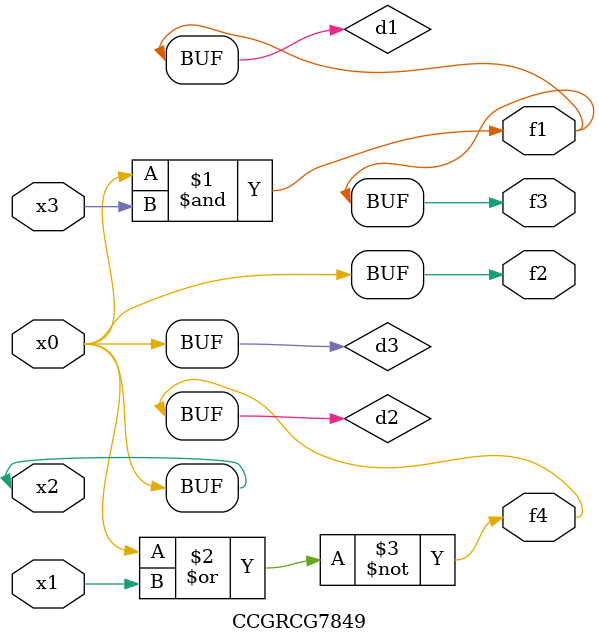
<source format=v>
module CCGRCG7849(
	input x0, x1, x2, x3,
	output f1, f2, f3, f4
);

	wire d1, d2, d3;

	and (d1, x2, x3);
	nor (d2, x0, x1);
	buf (d3, x0, x2);
	assign f1 = d1;
	assign f2 = d3;
	assign f3 = d1;
	assign f4 = d2;
endmodule

</source>
